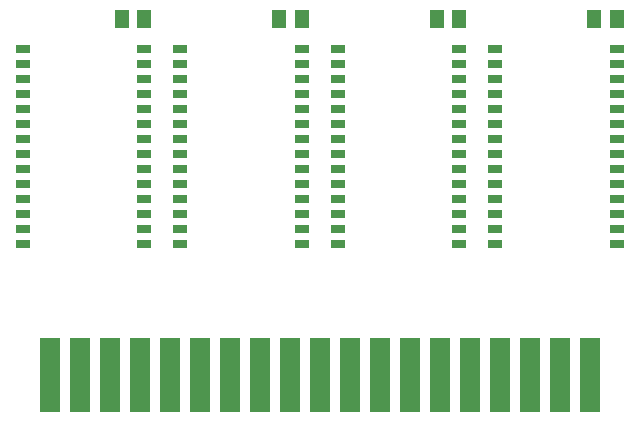
<source format=gtp>
G75*
%MOIN*%
%OFA0B0*%
%FSLAX25Y25*%
%IPPOS*%
%LPD*%
%AMOC8*
5,1,8,0,0,1.08239X$1,22.5*
%
%ADD10R,0.07000X0.25000*%
%ADD11R,0.05000X0.03000*%
%ADD12R,0.05118X0.05906*%
D10*
X0026500Y0013900D03*
X0036500Y0013900D03*
X0046500Y0013900D03*
X0056500Y0013900D03*
X0066500Y0013900D03*
X0076500Y0013900D03*
X0086500Y0013900D03*
X0096500Y0013900D03*
X0106500Y0013900D03*
X0116500Y0013900D03*
X0126500Y0013900D03*
X0136500Y0013900D03*
X0146500Y0013900D03*
X0156500Y0013900D03*
X0166500Y0013900D03*
X0176500Y0013900D03*
X0186500Y0013900D03*
X0196500Y0013900D03*
X0206500Y0013900D03*
D11*
X0215250Y0057650D03*
X0215250Y0062650D03*
X0215250Y0067650D03*
X0215250Y0072650D03*
X0215250Y0077650D03*
X0215250Y0082650D03*
X0215250Y0087650D03*
X0215250Y0092650D03*
X0215250Y0097650D03*
X0215250Y0102650D03*
X0215250Y0107650D03*
X0215250Y0112650D03*
X0215250Y0117650D03*
X0215250Y0122650D03*
X0174750Y0122650D03*
X0174750Y0117650D03*
X0174750Y0112650D03*
X0174750Y0107650D03*
X0174750Y0102650D03*
X0174750Y0097650D03*
X0174750Y0092650D03*
X0174750Y0087650D03*
X0174750Y0082650D03*
X0174750Y0077650D03*
X0174750Y0072650D03*
X0174750Y0067650D03*
X0174750Y0062650D03*
X0174750Y0057650D03*
X0162750Y0057650D03*
X0162750Y0062650D03*
X0162750Y0067650D03*
X0162750Y0072650D03*
X0162750Y0077650D03*
X0162750Y0082650D03*
X0162750Y0087650D03*
X0162750Y0092650D03*
X0162750Y0097650D03*
X0162750Y0102650D03*
X0162750Y0107650D03*
X0162750Y0112650D03*
X0162750Y0117650D03*
X0162750Y0122650D03*
X0122250Y0122650D03*
X0122250Y0117650D03*
X0122250Y0112650D03*
X0122250Y0107650D03*
X0122250Y0102650D03*
X0122250Y0097650D03*
X0122250Y0092650D03*
X0122250Y0087650D03*
X0122250Y0082650D03*
X0122250Y0077650D03*
X0122250Y0072650D03*
X0122250Y0067650D03*
X0122250Y0062650D03*
X0122250Y0057650D03*
X0110250Y0057650D03*
X0110250Y0062650D03*
X0110250Y0067650D03*
X0110250Y0072650D03*
X0110250Y0077650D03*
X0110250Y0082650D03*
X0110250Y0087650D03*
X0110250Y0092650D03*
X0110250Y0097650D03*
X0110250Y0102650D03*
X0110250Y0107650D03*
X0110250Y0112650D03*
X0110250Y0117650D03*
X0110250Y0122650D03*
X0069750Y0122650D03*
X0069750Y0117650D03*
X0069750Y0112650D03*
X0069750Y0107650D03*
X0069750Y0102650D03*
X0069750Y0097650D03*
X0069750Y0092650D03*
X0069750Y0087650D03*
X0069750Y0082650D03*
X0069750Y0077650D03*
X0069750Y0072650D03*
X0069750Y0067650D03*
X0069750Y0062650D03*
X0069750Y0057650D03*
X0057750Y0057650D03*
X0057750Y0062650D03*
X0057750Y0067650D03*
X0057750Y0072650D03*
X0057750Y0077650D03*
X0057750Y0082650D03*
X0057750Y0087650D03*
X0057750Y0092650D03*
X0057750Y0097650D03*
X0057750Y0102650D03*
X0057750Y0107650D03*
X0057750Y0112650D03*
X0057750Y0117650D03*
X0057750Y0122650D03*
X0017250Y0122650D03*
X0017250Y0117650D03*
X0017250Y0112650D03*
X0017250Y0107650D03*
X0017250Y0102650D03*
X0017250Y0097650D03*
X0017250Y0092650D03*
X0017250Y0087650D03*
X0017250Y0082650D03*
X0017250Y0077650D03*
X0017250Y0072650D03*
X0017250Y0067650D03*
X0017250Y0062650D03*
X0017250Y0057650D03*
D12*
X0050260Y0132650D03*
X0057740Y0132650D03*
X0102760Y0132650D03*
X0110240Y0132650D03*
X0155260Y0132650D03*
X0162740Y0132650D03*
X0207760Y0132650D03*
X0215240Y0132650D03*
M02*

</source>
